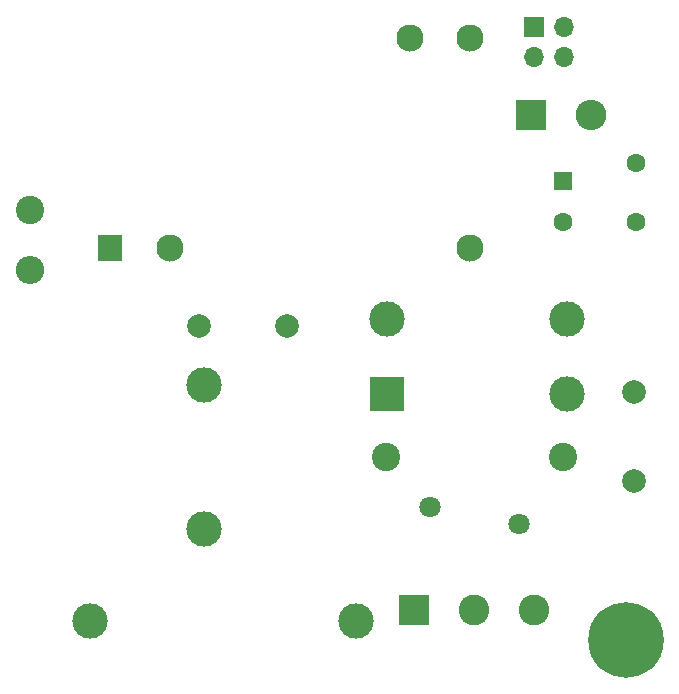
<source format=gbr>
%TF.GenerationSoftware,KiCad,Pcbnew,6.0.4-6f826c9f35~116~ubuntu18.04.1*%
%TF.CreationDate,2022-04-09T00:00:08+02:00*%
%TF.ProjectId,AE01.07.50.100,41453031-2e30-4372-9e35-302e3130302e,V1R0*%
%TF.SameCoordinates,PX9464480PY76a3180*%
%TF.FileFunction,Copper,L1,Top*%
%TF.FilePolarity,Positive*%
%FSLAX46Y46*%
G04 Gerber Fmt 4.6, Leading zero omitted, Abs format (unit mm)*
G04 Created by KiCad (PCBNEW 6.0.4-6f826c9f35~116~ubuntu18.04.1) date 2022-04-09 00:00:08*
%MOMM*%
%LPD*%
G01*
G04 APERTURE LIST*
%TA.AperFunction,ComponentPad*%
%ADD10C,3.000000*%
%TD*%
%TA.AperFunction,ComponentPad*%
%ADD11R,2.600000X2.600000*%
%TD*%
%TA.AperFunction,ComponentPad*%
%ADD12C,2.600000*%
%TD*%
%TA.AperFunction,ComponentPad*%
%ADD13R,3.000000X3.000000*%
%TD*%
%TA.AperFunction,ComponentPad*%
%ADD14C,2.400000*%
%TD*%
%TA.AperFunction,ComponentPad*%
%ADD15C,2.000000*%
%TD*%
%TA.AperFunction,ComponentPad*%
%ADD16R,2.000000X2.300000*%
%TD*%
%TA.AperFunction,ComponentPad*%
%ADD17C,2.300000*%
%TD*%
%TA.AperFunction,ComponentPad*%
%ADD18R,1.700000X1.700000*%
%TD*%
%TA.AperFunction,ComponentPad*%
%ADD19O,1.700000X1.700000*%
%TD*%
%TA.AperFunction,ComponentPad*%
%ADD20R,1.600000X1.600000*%
%TD*%
%TA.AperFunction,ComponentPad*%
%ADD21C,1.600000*%
%TD*%
%TA.AperFunction,ComponentPad*%
%ADD22C,1.800000*%
%TD*%
%TA.AperFunction,ComponentPad*%
%ADD23O,2.400000X2.400000*%
%TD*%
%TA.AperFunction,ComponentPad*%
%ADD24C,0.800000*%
%TD*%
%TA.AperFunction,ComponentPad*%
%ADD25C,6.400000*%
%TD*%
%TA.AperFunction,ComponentPad*%
%ADD26O,2.600000X2.600000*%
%TD*%
G04 APERTURE END LIST*
D10*
%TO.P,L1,1,1*%
%TO.N,/FUSE*%
X15100000Y9400000D03*
%TO.P,L1,2,2*%
%TO.N,/IND*%
X15100000Y21600000D03*
%TD*%
D11*
%TO.P,CONN1,1,Pin_1*%
%TO.N,/LINE*%
X32900000Y2495000D03*
D12*
%TO.P,CONN1,2,Pin_2*%
%TO.N,GNDPWR*%
X37980000Y2495000D03*
%TO.P,CONN1,3,Pin_3*%
%TO.N,/NEUTRAL*%
X43060000Y2495000D03*
%TD*%
D13*
%TO.P,L2,1,1*%
%TO.N,/IND*%
X30580000Y20825000D03*
D10*
%TO.P,L2,2,2*%
%TO.N,/NEUTRAL*%
X45820000Y20825000D03*
%TO.P,L2,3,3*%
%TO.N,/CHOKE_N*%
X45820000Y27175000D03*
%TO.P,L2,4,4*%
%TO.N,/CHOKE_L*%
X30580000Y27175000D03*
%TD*%
D14*
%TO.P,C1,1*%
%TO.N,/FUSE*%
X30500000Y15500000D03*
%TO.P,C1,2*%
%TO.N,/NEUTRAL*%
X45500000Y15500000D03*
%TD*%
D15*
%TO.P,C3,1*%
%TO.N,GNDPWR*%
X51500000Y13450000D03*
%TO.P,C3,2*%
%TO.N,/CHOKE_N*%
X51500000Y20950000D03*
%TD*%
D16*
%TO.P,PS1,1,AC/L*%
%TO.N,/CHOKE_R*%
X7150000Y33150000D03*
D17*
%TO.P,PS1,3,AC/N*%
%TO.N,/CHOKE_N*%
X12230000Y33150000D03*
%TO.P,PS1,5,NC*%
%TO.N,unconnected-(PS1-Pad5)*%
X37630000Y33150000D03*
%TO.P,PS1,14,-Vo*%
%TO.N,GND*%
X37630000Y50930000D03*
%TO.P,PS1,16,+Vo*%
%TO.N,+24V*%
X32550000Y50930000D03*
%TD*%
D15*
%TO.P,C2,1*%
%TO.N,/CHOKE_L*%
X14650000Y26600000D03*
%TO.P,C2,2*%
%TO.N,GNDPWR*%
X22150000Y26600000D03*
%TD*%
D18*
%TO.P,CONN2,1,Pin_1*%
%TO.N,+24V*%
X43000000Y51900000D03*
D19*
%TO.P,CONN2,2,Pin_2*%
X43000000Y49360000D03*
%TO.P,CONN2,3,Pin_3*%
%TO.N,GND*%
X45540000Y51900000D03*
%TO.P,CONN2,4,Pin_4*%
X45540000Y49360000D03*
%TD*%
D20*
%TO.P,C5,1*%
%TO.N,+24V*%
X45500000Y38852651D03*
D21*
%TO.P,C5,2*%
%TO.N,GND*%
X45500000Y35352651D03*
%TD*%
D10*
%TO.P,F1,1*%
%TO.N,/LINE*%
X27950000Y1600000D03*
%TO.P,F1,2*%
%TO.N,/FUSE*%
X5450000Y1600000D03*
%TD*%
D22*
%TO.P,RV1,1*%
%TO.N,/FUSE*%
X34250000Y11200000D03*
%TO.P,RV1,2*%
%TO.N,/NEUTRAL*%
X41750000Y9800000D03*
%TD*%
D14*
%TO.P,R1,1*%
%TO.N,/CHOKE_R*%
X400000Y36390000D03*
D23*
%TO.P,R1,2*%
%TO.N,/CHOKE_L*%
X400000Y31310000D03*
%TD*%
D21*
%TO.P,C4,1*%
%TO.N,+24V*%
X51700000Y40400000D03*
%TO.P,C4,2*%
%TO.N,GND*%
X51700000Y35400000D03*
%TD*%
D24*
%TO.P,H4,1,1*%
%TO.N,GNDPWR*%
X49102944Y-1697056D03*
X49102944Y1697056D03*
X52497056Y-1697056D03*
X50800000Y2400000D03*
X48400000Y0D03*
D25*
X50800000Y0D03*
D24*
X50800000Y-2400000D03*
X52497056Y1697056D03*
X53200000Y0D03*
%TD*%
D11*
%TO.P,TVS1,1,A1*%
%TO.N,+24V*%
X42805000Y44400000D03*
D26*
%TO.P,TVS1,2,A2*%
%TO.N,GND*%
X47885000Y44400000D03*
%TD*%
M02*

</source>
